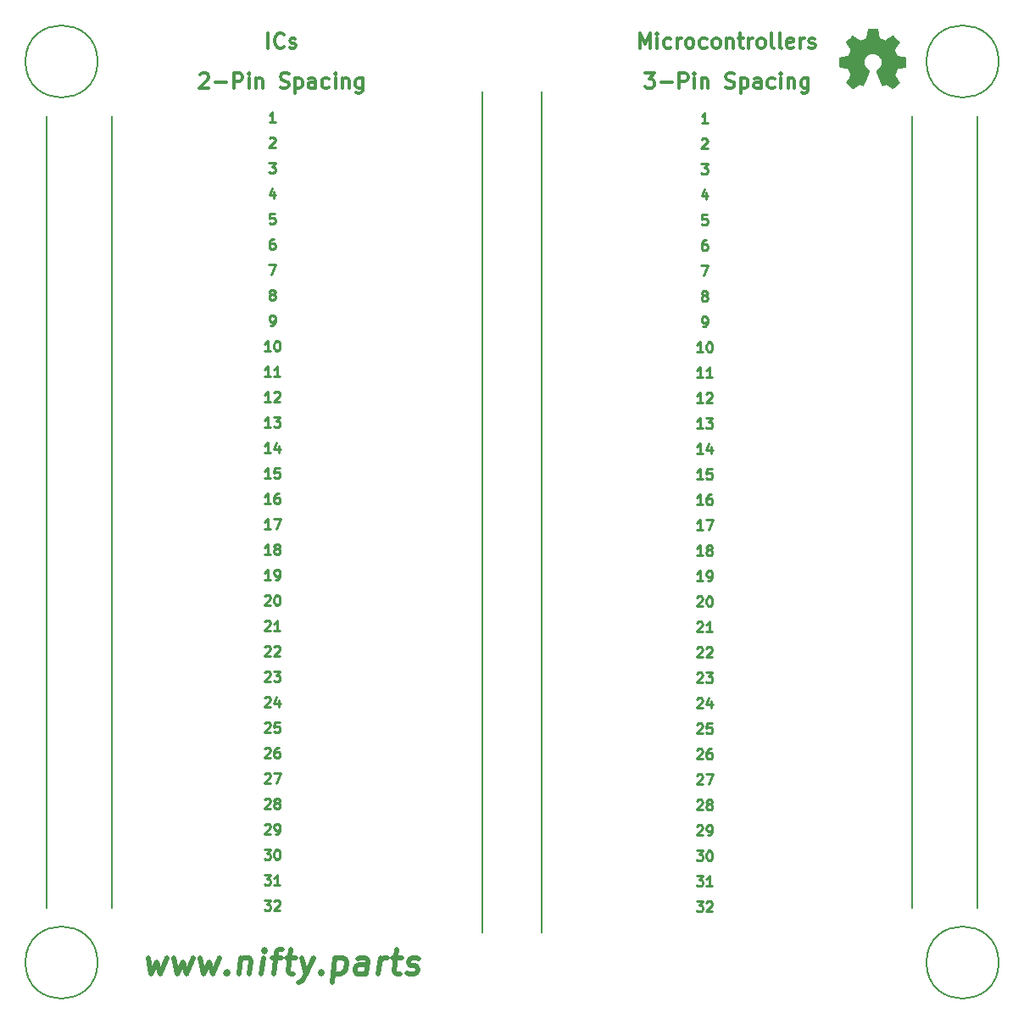
<source format=gbr>
G04 #@! TF.GenerationSoftware,KiCad,Pcbnew,(5.0.0-3-g5ebb6b6)*
G04 #@! TF.CreationDate,2019-05-14T13:45:27-04:00*
G04 #@! TF.ProjectId,Protoboard,50726F746F626F6172642E6B69636164,rev?*
G04 #@! TF.SameCoordinates,Original*
G04 #@! TF.FileFunction,Legend,Top*
G04 #@! TF.FilePolarity,Positive*
%FSLAX46Y46*%
G04 Gerber Fmt 4.6, Leading zero omitted, Abs format (unit mm)*
G04 Created by KiCad (PCBNEW (5.0.0-3-g5ebb6b6)) date Tuesday, May 14, 2019 at 01:45:27 PM*
%MOMM*%
%LPD*%
G01*
G04 APERTURE LIST*
%ADD10C,0.300000*%
%ADD11C,0.250000*%
%ADD12C,0.500000*%
%ADD13C,0.200000*%
%ADD14C,0.010000*%
G04 APERTURE END LIST*
D10*
X182785714Y-23678571D02*
X182785714Y-22178571D01*
X183285714Y-23250000D01*
X183785714Y-22178571D01*
X183785714Y-23678571D01*
X184500000Y-23678571D02*
X184500000Y-22678571D01*
X184500000Y-22178571D02*
X184428571Y-22250000D01*
X184500000Y-22321428D01*
X184571428Y-22250000D01*
X184500000Y-22178571D01*
X184500000Y-22321428D01*
X185857142Y-23607142D02*
X185714285Y-23678571D01*
X185428571Y-23678571D01*
X185285714Y-23607142D01*
X185214285Y-23535714D01*
X185142857Y-23392857D01*
X185142857Y-22964285D01*
X185214285Y-22821428D01*
X185285714Y-22750000D01*
X185428571Y-22678571D01*
X185714285Y-22678571D01*
X185857142Y-22750000D01*
X186500000Y-23678571D02*
X186500000Y-22678571D01*
X186500000Y-22964285D02*
X186571428Y-22821428D01*
X186642857Y-22750000D01*
X186785714Y-22678571D01*
X186928571Y-22678571D01*
X187642857Y-23678571D02*
X187500000Y-23607142D01*
X187428571Y-23535714D01*
X187357142Y-23392857D01*
X187357142Y-22964285D01*
X187428571Y-22821428D01*
X187500000Y-22750000D01*
X187642857Y-22678571D01*
X187857142Y-22678571D01*
X188000000Y-22750000D01*
X188071428Y-22821428D01*
X188142857Y-22964285D01*
X188142857Y-23392857D01*
X188071428Y-23535714D01*
X188000000Y-23607142D01*
X187857142Y-23678571D01*
X187642857Y-23678571D01*
X189428571Y-23607142D02*
X189285714Y-23678571D01*
X189000000Y-23678571D01*
X188857142Y-23607142D01*
X188785714Y-23535714D01*
X188714285Y-23392857D01*
X188714285Y-22964285D01*
X188785714Y-22821428D01*
X188857142Y-22750000D01*
X189000000Y-22678571D01*
X189285714Y-22678571D01*
X189428571Y-22750000D01*
X190285714Y-23678571D02*
X190142857Y-23607142D01*
X190071428Y-23535714D01*
X190000000Y-23392857D01*
X190000000Y-22964285D01*
X190071428Y-22821428D01*
X190142857Y-22750000D01*
X190285714Y-22678571D01*
X190500000Y-22678571D01*
X190642857Y-22750000D01*
X190714285Y-22821428D01*
X190785714Y-22964285D01*
X190785714Y-23392857D01*
X190714285Y-23535714D01*
X190642857Y-23607142D01*
X190500000Y-23678571D01*
X190285714Y-23678571D01*
X191428571Y-22678571D02*
X191428571Y-23678571D01*
X191428571Y-22821428D02*
X191500000Y-22750000D01*
X191642857Y-22678571D01*
X191857142Y-22678571D01*
X192000000Y-22750000D01*
X192071428Y-22892857D01*
X192071428Y-23678571D01*
X192571428Y-22678571D02*
X193142857Y-22678571D01*
X192785714Y-22178571D02*
X192785714Y-23464285D01*
X192857142Y-23607142D01*
X193000000Y-23678571D01*
X193142857Y-23678571D01*
X193642857Y-23678571D02*
X193642857Y-22678571D01*
X193642857Y-22964285D02*
X193714285Y-22821428D01*
X193785714Y-22750000D01*
X193928571Y-22678571D01*
X194071428Y-22678571D01*
X194785714Y-23678571D02*
X194642857Y-23607142D01*
X194571428Y-23535714D01*
X194500000Y-23392857D01*
X194500000Y-22964285D01*
X194571428Y-22821428D01*
X194642857Y-22750000D01*
X194785714Y-22678571D01*
X195000000Y-22678571D01*
X195142857Y-22750000D01*
X195214285Y-22821428D01*
X195285714Y-22964285D01*
X195285714Y-23392857D01*
X195214285Y-23535714D01*
X195142857Y-23607142D01*
X195000000Y-23678571D01*
X194785714Y-23678571D01*
X196142857Y-23678571D02*
X196000000Y-23607142D01*
X195928571Y-23464285D01*
X195928571Y-22178571D01*
X196928571Y-23678571D02*
X196785714Y-23607142D01*
X196714285Y-23464285D01*
X196714285Y-22178571D01*
X198071428Y-23607142D02*
X197928571Y-23678571D01*
X197642857Y-23678571D01*
X197500000Y-23607142D01*
X197428571Y-23464285D01*
X197428571Y-22892857D01*
X197500000Y-22750000D01*
X197642857Y-22678571D01*
X197928571Y-22678571D01*
X198071428Y-22750000D01*
X198142857Y-22892857D01*
X198142857Y-23035714D01*
X197428571Y-23178571D01*
X198785714Y-23678571D02*
X198785714Y-22678571D01*
X198785714Y-22964285D02*
X198857142Y-22821428D01*
X198928571Y-22750000D01*
X199071428Y-22678571D01*
X199214285Y-22678571D01*
X199642857Y-23607142D02*
X199785714Y-23678571D01*
X200071428Y-23678571D01*
X200214285Y-23607142D01*
X200285714Y-23464285D01*
X200285714Y-23392857D01*
X200214285Y-23250000D01*
X200071428Y-23178571D01*
X199857142Y-23178571D01*
X199714285Y-23107142D01*
X199642857Y-22964285D01*
X199642857Y-22892857D01*
X199714285Y-22750000D01*
X199857142Y-22678571D01*
X200071428Y-22678571D01*
X200214285Y-22750000D01*
X145642857Y-23678571D02*
X145642857Y-22178571D01*
X147214285Y-23535714D02*
X147142857Y-23607142D01*
X146928571Y-23678571D01*
X146785714Y-23678571D01*
X146571428Y-23607142D01*
X146428571Y-23464285D01*
X146357142Y-23321428D01*
X146285714Y-23035714D01*
X146285714Y-22821428D01*
X146357142Y-22535714D01*
X146428571Y-22392857D01*
X146571428Y-22250000D01*
X146785714Y-22178571D01*
X146928571Y-22178571D01*
X147142857Y-22250000D01*
X147214285Y-22321428D01*
X147785714Y-23607142D02*
X147928571Y-23678571D01*
X148214285Y-23678571D01*
X148357142Y-23607142D01*
X148428571Y-23464285D01*
X148428571Y-23392857D01*
X148357142Y-23250000D01*
X148214285Y-23178571D01*
X148000000Y-23178571D01*
X147857142Y-23107142D01*
X147785714Y-22964285D01*
X147785714Y-22892857D01*
X147857142Y-22750000D01*
X148000000Y-22678571D01*
X148214285Y-22678571D01*
X148357142Y-22750000D01*
D11*
X188468095Y-91214619D02*
X188515714Y-91167000D01*
X188610952Y-91119380D01*
X188849047Y-91119380D01*
X188944285Y-91167000D01*
X188991904Y-91214619D01*
X189039523Y-91309857D01*
X189039523Y-91405095D01*
X188991904Y-91547952D01*
X188420476Y-92119380D01*
X189039523Y-92119380D01*
X189944285Y-91119380D02*
X189468095Y-91119380D01*
X189420476Y-91595571D01*
X189468095Y-91547952D01*
X189563333Y-91500333D01*
X189801428Y-91500333D01*
X189896666Y-91547952D01*
X189944285Y-91595571D01*
X189991904Y-91690809D01*
X189991904Y-91928904D01*
X189944285Y-92024142D01*
X189896666Y-92071761D01*
X189801428Y-92119380D01*
X189563333Y-92119380D01*
X189468095Y-92071761D01*
X189420476Y-92024142D01*
X188468095Y-96294619D02*
X188515714Y-96247000D01*
X188610952Y-96199380D01*
X188849047Y-96199380D01*
X188944285Y-96247000D01*
X188991904Y-96294619D01*
X189039523Y-96389857D01*
X189039523Y-96485095D01*
X188991904Y-96627952D01*
X188420476Y-97199380D01*
X189039523Y-97199380D01*
X189372857Y-96199380D02*
X190039523Y-96199380D01*
X189610952Y-97199380D01*
X188468095Y-83594619D02*
X188515714Y-83547000D01*
X188610952Y-83499380D01*
X188849047Y-83499380D01*
X188944285Y-83547000D01*
X188991904Y-83594619D01*
X189039523Y-83689857D01*
X189039523Y-83785095D01*
X188991904Y-83927952D01*
X188420476Y-84499380D01*
X189039523Y-84499380D01*
X189420476Y-83594619D02*
X189468095Y-83547000D01*
X189563333Y-83499380D01*
X189801428Y-83499380D01*
X189896666Y-83547000D01*
X189944285Y-83594619D01*
X189991904Y-83689857D01*
X189991904Y-83785095D01*
X189944285Y-83927952D01*
X189372857Y-84499380D01*
X189991904Y-84499380D01*
X188468095Y-98834619D02*
X188515714Y-98787000D01*
X188610952Y-98739380D01*
X188849047Y-98739380D01*
X188944285Y-98787000D01*
X188991904Y-98834619D01*
X189039523Y-98929857D01*
X189039523Y-99025095D01*
X188991904Y-99167952D01*
X188420476Y-99739380D01*
X189039523Y-99739380D01*
X189610952Y-99167952D02*
X189515714Y-99120333D01*
X189468095Y-99072714D01*
X189420476Y-98977476D01*
X189420476Y-98929857D01*
X189468095Y-98834619D01*
X189515714Y-98787000D01*
X189610952Y-98739380D01*
X189801428Y-98739380D01*
X189896666Y-98787000D01*
X189944285Y-98834619D01*
X189991904Y-98929857D01*
X189991904Y-98977476D01*
X189944285Y-99072714D01*
X189896666Y-99120333D01*
X189801428Y-99167952D01*
X189610952Y-99167952D01*
X189515714Y-99215571D01*
X189468095Y-99263190D01*
X189420476Y-99358428D01*
X189420476Y-99548904D01*
X189468095Y-99644142D01*
X189515714Y-99691761D01*
X189610952Y-99739380D01*
X189801428Y-99739380D01*
X189896666Y-99691761D01*
X189944285Y-99644142D01*
X189991904Y-99548904D01*
X189991904Y-99358428D01*
X189944285Y-99263190D01*
X189896666Y-99215571D01*
X189801428Y-99167952D01*
X188420476Y-108899380D02*
X189039523Y-108899380D01*
X188706190Y-109280333D01*
X188849047Y-109280333D01*
X188944285Y-109327952D01*
X188991904Y-109375571D01*
X189039523Y-109470809D01*
X189039523Y-109708904D01*
X188991904Y-109804142D01*
X188944285Y-109851761D01*
X188849047Y-109899380D01*
X188563333Y-109899380D01*
X188468095Y-109851761D01*
X188420476Y-109804142D01*
X189420476Y-108994619D02*
X189468095Y-108947000D01*
X189563333Y-108899380D01*
X189801428Y-108899380D01*
X189896666Y-108947000D01*
X189944285Y-108994619D01*
X189991904Y-109089857D01*
X189991904Y-109185095D01*
X189944285Y-109327952D01*
X189372857Y-109899380D01*
X189991904Y-109899380D01*
X189039523Y-51479380D02*
X189230000Y-51479380D01*
X189325238Y-51431761D01*
X189372857Y-51384142D01*
X189468095Y-51241285D01*
X189515714Y-51050809D01*
X189515714Y-50669857D01*
X189468095Y-50574619D01*
X189420476Y-50527000D01*
X189325238Y-50479380D01*
X189134761Y-50479380D01*
X189039523Y-50527000D01*
X188991904Y-50574619D01*
X188944285Y-50669857D01*
X188944285Y-50907952D01*
X188991904Y-51003190D01*
X189039523Y-51050809D01*
X189134761Y-51098428D01*
X189325238Y-51098428D01*
X189420476Y-51050809D01*
X189468095Y-51003190D01*
X189515714Y-50907952D01*
X189039523Y-74339380D02*
X188468095Y-74339380D01*
X188753809Y-74339380D02*
X188753809Y-73339380D01*
X188658571Y-73482238D01*
X188563333Y-73577476D01*
X188468095Y-73625095D01*
X189610952Y-73767952D02*
X189515714Y-73720333D01*
X189468095Y-73672714D01*
X189420476Y-73577476D01*
X189420476Y-73529857D01*
X189468095Y-73434619D01*
X189515714Y-73387000D01*
X189610952Y-73339380D01*
X189801428Y-73339380D01*
X189896666Y-73387000D01*
X189944285Y-73434619D01*
X189991904Y-73529857D01*
X189991904Y-73577476D01*
X189944285Y-73672714D01*
X189896666Y-73720333D01*
X189801428Y-73767952D01*
X189610952Y-73767952D01*
X189515714Y-73815571D01*
X189468095Y-73863190D01*
X189420476Y-73958428D01*
X189420476Y-74148904D01*
X189468095Y-74244142D01*
X189515714Y-74291761D01*
X189610952Y-74339380D01*
X189801428Y-74339380D01*
X189896666Y-74291761D01*
X189944285Y-74244142D01*
X189991904Y-74148904D01*
X189991904Y-73958428D01*
X189944285Y-73863190D01*
X189896666Y-73815571D01*
X189801428Y-73767952D01*
X189039523Y-66719380D02*
X188468095Y-66719380D01*
X188753809Y-66719380D02*
X188753809Y-65719380D01*
X188658571Y-65862238D01*
X188563333Y-65957476D01*
X188468095Y-66005095D01*
X189944285Y-65719380D02*
X189468095Y-65719380D01*
X189420476Y-66195571D01*
X189468095Y-66147952D01*
X189563333Y-66100333D01*
X189801428Y-66100333D01*
X189896666Y-66147952D01*
X189944285Y-66195571D01*
X189991904Y-66290809D01*
X189991904Y-66528904D01*
X189944285Y-66624142D01*
X189896666Y-66671761D01*
X189801428Y-66719380D01*
X189563333Y-66719380D01*
X189468095Y-66671761D01*
X189420476Y-66624142D01*
X189039523Y-61639380D02*
X188468095Y-61639380D01*
X188753809Y-61639380D02*
X188753809Y-60639380D01*
X188658571Y-60782238D01*
X188563333Y-60877476D01*
X188468095Y-60925095D01*
X189372857Y-60639380D02*
X189991904Y-60639380D01*
X189658571Y-61020333D01*
X189801428Y-61020333D01*
X189896666Y-61067952D01*
X189944285Y-61115571D01*
X189991904Y-61210809D01*
X189991904Y-61448904D01*
X189944285Y-61544142D01*
X189896666Y-61591761D01*
X189801428Y-61639380D01*
X189515714Y-61639380D01*
X189420476Y-61591761D01*
X189372857Y-61544142D01*
X188468095Y-81054619D02*
X188515714Y-81007000D01*
X188610952Y-80959380D01*
X188849047Y-80959380D01*
X188944285Y-81007000D01*
X188991904Y-81054619D01*
X189039523Y-81149857D01*
X189039523Y-81245095D01*
X188991904Y-81387952D01*
X188420476Y-81959380D01*
X189039523Y-81959380D01*
X189991904Y-81959380D02*
X189420476Y-81959380D01*
X189706190Y-81959380D02*
X189706190Y-80959380D01*
X189610952Y-81102238D01*
X189515714Y-81197476D01*
X189420476Y-81245095D01*
X189039523Y-59099380D02*
X188468095Y-59099380D01*
X188753809Y-59099380D02*
X188753809Y-58099380D01*
X188658571Y-58242238D01*
X188563333Y-58337476D01*
X188468095Y-58385095D01*
X189420476Y-58194619D02*
X189468095Y-58147000D01*
X189563333Y-58099380D01*
X189801428Y-58099380D01*
X189896666Y-58147000D01*
X189944285Y-58194619D01*
X189991904Y-58289857D01*
X189991904Y-58385095D01*
X189944285Y-58527952D01*
X189372857Y-59099380D01*
X189991904Y-59099380D01*
X189039523Y-76879380D02*
X188468095Y-76879380D01*
X188753809Y-76879380D02*
X188753809Y-75879380D01*
X188658571Y-76022238D01*
X188563333Y-76117476D01*
X188468095Y-76165095D01*
X189515714Y-76879380D02*
X189706190Y-76879380D01*
X189801428Y-76831761D01*
X189849047Y-76784142D01*
X189944285Y-76641285D01*
X189991904Y-76450809D01*
X189991904Y-76069857D01*
X189944285Y-75974619D01*
X189896666Y-75927000D01*
X189801428Y-75879380D01*
X189610952Y-75879380D01*
X189515714Y-75927000D01*
X189468095Y-75974619D01*
X189420476Y-76069857D01*
X189420476Y-76307952D01*
X189468095Y-76403190D01*
X189515714Y-76450809D01*
X189610952Y-76498428D01*
X189801428Y-76498428D01*
X189896666Y-76450809D01*
X189944285Y-76403190D01*
X189991904Y-76307952D01*
X189039523Y-56559380D02*
X188468095Y-56559380D01*
X188753809Y-56559380D02*
X188753809Y-55559380D01*
X188658571Y-55702238D01*
X188563333Y-55797476D01*
X188468095Y-55845095D01*
X189991904Y-56559380D02*
X189420476Y-56559380D01*
X189706190Y-56559380D02*
X189706190Y-55559380D01*
X189610952Y-55702238D01*
X189515714Y-55797476D01*
X189420476Y-55845095D01*
X189420476Y-42859380D02*
X189230000Y-42859380D01*
X189134761Y-42907000D01*
X189087142Y-42954619D01*
X188991904Y-43097476D01*
X188944285Y-43287952D01*
X188944285Y-43668904D01*
X188991904Y-43764142D01*
X189039523Y-43811761D01*
X189134761Y-43859380D01*
X189325238Y-43859380D01*
X189420476Y-43811761D01*
X189468095Y-43764142D01*
X189515714Y-43668904D01*
X189515714Y-43430809D01*
X189468095Y-43335571D01*
X189420476Y-43287952D01*
X189325238Y-43240333D01*
X189134761Y-43240333D01*
X189039523Y-43287952D01*
X188991904Y-43335571D01*
X188944285Y-43430809D01*
X189468095Y-40319380D02*
X188991904Y-40319380D01*
X188944285Y-40795571D01*
X188991904Y-40747952D01*
X189087142Y-40700333D01*
X189325238Y-40700333D01*
X189420476Y-40747952D01*
X189468095Y-40795571D01*
X189515714Y-40890809D01*
X189515714Y-41128904D01*
X189468095Y-41224142D01*
X189420476Y-41271761D01*
X189325238Y-41319380D01*
X189087142Y-41319380D01*
X188991904Y-41271761D01*
X188944285Y-41224142D01*
X189039523Y-64179380D02*
X188468095Y-64179380D01*
X188753809Y-64179380D02*
X188753809Y-63179380D01*
X188658571Y-63322238D01*
X188563333Y-63417476D01*
X188468095Y-63465095D01*
X189896666Y-63512714D02*
X189896666Y-64179380D01*
X189658571Y-63131761D02*
X189420476Y-63846047D01*
X190039523Y-63846047D01*
X188896666Y-45399380D02*
X189563333Y-45399380D01*
X189134761Y-46399380D01*
X189134761Y-48367952D02*
X189039523Y-48320333D01*
X188991904Y-48272714D01*
X188944285Y-48177476D01*
X188944285Y-48129857D01*
X188991904Y-48034619D01*
X189039523Y-47987000D01*
X189134761Y-47939380D01*
X189325238Y-47939380D01*
X189420476Y-47987000D01*
X189468095Y-48034619D01*
X189515714Y-48129857D01*
X189515714Y-48177476D01*
X189468095Y-48272714D01*
X189420476Y-48320333D01*
X189325238Y-48367952D01*
X189134761Y-48367952D01*
X189039523Y-48415571D01*
X188991904Y-48463190D01*
X188944285Y-48558428D01*
X188944285Y-48748904D01*
X188991904Y-48844142D01*
X189039523Y-48891761D01*
X189134761Y-48939380D01*
X189325238Y-48939380D01*
X189420476Y-48891761D01*
X189468095Y-48844142D01*
X189515714Y-48748904D01*
X189515714Y-48558428D01*
X189468095Y-48463190D01*
X189420476Y-48415571D01*
X189325238Y-48367952D01*
X189039523Y-54019380D02*
X188468095Y-54019380D01*
X188753809Y-54019380D02*
X188753809Y-53019380D01*
X188658571Y-53162238D01*
X188563333Y-53257476D01*
X188468095Y-53305095D01*
X189658571Y-53019380D02*
X189753809Y-53019380D01*
X189849047Y-53067000D01*
X189896666Y-53114619D01*
X189944285Y-53209857D01*
X189991904Y-53400333D01*
X189991904Y-53638428D01*
X189944285Y-53828904D01*
X189896666Y-53924142D01*
X189849047Y-53971761D01*
X189753809Y-54019380D01*
X189658571Y-54019380D01*
X189563333Y-53971761D01*
X189515714Y-53924142D01*
X189468095Y-53828904D01*
X189420476Y-53638428D01*
X189420476Y-53400333D01*
X189468095Y-53209857D01*
X189515714Y-53114619D01*
X189563333Y-53067000D01*
X189658571Y-53019380D01*
X188468095Y-93754619D02*
X188515714Y-93707000D01*
X188610952Y-93659380D01*
X188849047Y-93659380D01*
X188944285Y-93707000D01*
X188991904Y-93754619D01*
X189039523Y-93849857D01*
X189039523Y-93945095D01*
X188991904Y-94087952D01*
X188420476Y-94659380D01*
X189039523Y-94659380D01*
X189896666Y-93659380D02*
X189706190Y-93659380D01*
X189610952Y-93707000D01*
X189563333Y-93754619D01*
X189468095Y-93897476D01*
X189420476Y-94087952D01*
X189420476Y-94468904D01*
X189468095Y-94564142D01*
X189515714Y-94611761D01*
X189610952Y-94659380D01*
X189801428Y-94659380D01*
X189896666Y-94611761D01*
X189944285Y-94564142D01*
X189991904Y-94468904D01*
X189991904Y-94230809D01*
X189944285Y-94135571D01*
X189896666Y-94087952D01*
X189801428Y-94040333D01*
X189610952Y-94040333D01*
X189515714Y-94087952D01*
X189468095Y-94135571D01*
X189420476Y-94230809D01*
X189039523Y-71799380D02*
X188468095Y-71799380D01*
X188753809Y-71799380D02*
X188753809Y-70799380D01*
X188658571Y-70942238D01*
X188563333Y-71037476D01*
X188468095Y-71085095D01*
X189372857Y-70799380D02*
X190039523Y-70799380D01*
X189610952Y-71799380D01*
X189039523Y-69259380D02*
X188468095Y-69259380D01*
X188753809Y-69259380D02*
X188753809Y-68259380D01*
X188658571Y-68402238D01*
X188563333Y-68497476D01*
X188468095Y-68545095D01*
X189896666Y-68259380D02*
X189706190Y-68259380D01*
X189610952Y-68307000D01*
X189563333Y-68354619D01*
X189468095Y-68497476D01*
X189420476Y-68687952D01*
X189420476Y-69068904D01*
X189468095Y-69164142D01*
X189515714Y-69211761D01*
X189610952Y-69259380D01*
X189801428Y-69259380D01*
X189896666Y-69211761D01*
X189944285Y-69164142D01*
X189991904Y-69068904D01*
X189991904Y-68830809D01*
X189944285Y-68735571D01*
X189896666Y-68687952D01*
X189801428Y-68640333D01*
X189610952Y-68640333D01*
X189515714Y-68687952D01*
X189468095Y-68735571D01*
X189420476Y-68830809D01*
X189420476Y-38112714D02*
X189420476Y-38779380D01*
X189182380Y-37731761D02*
X188944285Y-38446047D01*
X189563333Y-38446047D01*
X188944285Y-32794619D02*
X188991904Y-32747000D01*
X189087142Y-32699380D01*
X189325238Y-32699380D01*
X189420476Y-32747000D01*
X189468095Y-32794619D01*
X189515714Y-32889857D01*
X189515714Y-32985095D01*
X189468095Y-33127952D01*
X188896666Y-33699380D01*
X189515714Y-33699380D01*
X188420476Y-106359380D02*
X189039523Y-106359380D01*
X188706190Y-106740333D01*
X188849047Y-106740333D01*
X188944285Y-106787952D01*
X188991904Y-106835571D01*
X189039523Y-106930809D01*
X189039523Y-107168904D01*
X188991904Y-107264142D01*
X188944285Y-107311761D01*
X188849047Y-107359380D01*
X188563333Y-107359380D01*
X188468095Y-107311761D01*
X188420476Y-107264142D01*
X189991904Y-107359380D02*
X189420476Y-107359380D01*
X189706190Y-107359380D02*
X189706190Y-106359380D01*
X189610952Y-106502238D01*
X189515714Y-106597476D01*
X189420476Y-106645095D01*
X188468095Y-78514619D02*
X188515714Y-78467000D01*
X188610952Y-78419380D01*
X188849047Y-78419380D01*
X188944285Y-78467000D01*
X188991904Y-78514619D01*
X189039523Y-78609857D01*
X189039523Y-78705095D01*
X188991904Y-78847952D01*
X188420476Y-79419380D01*
X189039523Y-79419380D01*
X189658571Y-78419380D02*
X189753809Y-78419380D01*
X189849047Y-78467000D01*
X189896666Y-78514619D01*
X189944285Y-78609857D01*
X189991904Y-78800333D01*
X189991904Y-79038428D01*
X189944285Y-79228904D01*
X189896666Y-79324142D01*
X189849047Y-79371761D01*
X189753809Y-79419380D01*
X189658571Y-79419380D01*
X189563333Y-79371761D01*
X189515714Y-79324142D01*
X189468095Y-79228904D01*
X189420476Y-79038428D01*
X189420476Y-78800333D01*
X189468095Y-78609857D01*
X189515714Y-78514619D01*
X189563333Y-78467000D01*
X189658571Y-78419380D01*
X188468095Y-101374619D02*
X188515714Y-101327000D01*
X188610952Y-101279380D01*
X188849047Y-101279380D01*
X188944285Y-101327000D01*
X188991904Y-101374619D01*
X189039523Y-101469857D01*
X189039523Y-101565095D01*
X188991904Y-101707952D01*
X188420476Y-102279380D01*
X189039523Y-102279380D01*
X189515714Y-102279380D02*
X189706190Y-102279380D01*
X189801428Y-102231761D01*
X189849047Y-102184142D01*
X189944285Y-102041285D01*
X189991904Y-101850809D01*
X189991904Y-101469857D01*
X189944285Y-101374619D01*
X189896666Y-101327000D01*
X189801428Y-101279380D01*
X189610952Y-101279380D01*
X189515714Y-101327000D01*
X189468095Y-101374619D01*
X189420476Y-101469857D01*
X189420476Y-101707952D01*
X189468095Y-101803190D01*
X189515714Y-101850809D01*
X189610952Y-101898428D01*
X189801428Y-101898428D01*
X189896666Y-101850809D01*
X189944285Y-101803190D01*
X189991904Y-101707952D01*
X189515714Y-31159380D02*
X188944285Y-31159380D01*
X189230000Y-31159380D02*
X189230000Y-30159380D01*
X189134761Y-30302238D01*
X189039523Y-30397476D01*
X188944285Y-30445095D01*
X188420476Y-103819380D02*
X189039523Y-103819380D01*
X188706190Y-104200333D01*
X188849047Y-104200333D01*
X188944285Y-104247952D01*
X188991904Y-104295571D01*
X189039523Y-104390809D01*
X189039523Y-104628904D01*
X188991904Y-104724142D01*
X188944285Y-104771761D01*
X188849047Y-104819380D01*
X188563333Y-104819380D01*
X188468095Y-104771761D01*
X188420476Y-104724142D01*
X189658571Y-103819380D02*
X189753809Y-103819380D01*
X189849047Y-103867000D01*
X189896666Y-103914619D01*
X189944285Y-104009857D01*
X189991904Y-104200333D01*
X189991904Y-104438428D01*
X189944285Y-104628904D01*
X189896666Y-104724142D01*
X189849047Y-104771761D01*
X189753809Y-104819380D01*
X189658571Y-104819380D01*
X189563333Y-104771761D01*
X189515714Y-104724142D01*
X189468095Y-104628904D01*
X189420476Y-104438428D01*
X189420476Y-104200333D01*
X189468095Y-104009857D01*
X189515714Y-103914619D01*
X189563333Y-103867000D01*
X189658571Y-103819380D01*
X188468095Y-88674619D02*
X188515714Y-88627000D01*
X188610952Y-88579380D01*
X188849047Y-88579380D01*
X188944285Y-88627000D01*
X188991904Y-88674619D01*
X189039523Y-88769857D01*
X189039523Y-88865095D01*
X188991904Y-89007952D01*
X188420476Y-89579380D01*
X189039523Y-89579380D01*
X189896666Y-88912714D02*
X189896666Y-89579380D01*
X189658571Y-88531761D02*
X189420476Y-89246047D01*
X190039523Y-89246047D01*
X188468095Y-86134619D02*
X188515714Y-86087000D01*
X188610952Y-86039380D01*
X188849047Y-86039380D01*
X188944285Y-86087000D01*
X188991904Y-86134619D01*
X189039523Y-86229857D01*
X189039523Y-86325095D01*
X188991904Y-86467952D01*
X188420476Y-87039380D01*
X189039523Y-87039380D01*
X189372857Y-86039380D02*
X189991904Y-86039380D01*
X189658571Y-86420333D01*
X189801428Y-86420333D01*
X189896666Y-86467952D01*
X189944285Y-86515571D01*
X189991904Y-86610809D01*
X189991904Y-86848904D01*
X189944285Y-86944142D01*
X189896666Y-86991761D01*
X189801428Y-87039380D01*
X189515714Y-87039380D01*
X189420476Y-86991761D01*
X189372857Y-86944142D01*
X188896666Y-35239380D02*
X189515714Y-35239380D01*
X189182380Y-35620333D01*
X189325238Y-35620333D01*
X189420476Y-35667952D01*
X189468095Y-35715571D01*
X189515714Y-35810809D01*
X189515714Y-36048904D01*
X189468095Y-36144142D01*
X189420476Y-36191761D01*
X189325238Y-36239380D01*
X189039523Y-36239380D01*
X188944285Y-36191761D01*
X188896666Y-36144142D01*
X145240476Y-108799380D02*
X145859523Y-108799380D01*
X145526190Y-109180333D01*
X145669047Y-109180333D01*
X145764285Y-109227952D01*
X145811904Y-109275571D01*
X145859523Y-109370809D01*
X145859523Y-109608904D01*
X145811904Y-109704142D01*
X145764285Y-109751761D01*
X145669047Y-109799380D01*
X145383333Y-109799380D01*
X145288095Y-109751761D01*
X145240476Y-109704142D01*
X146240476Y-108894619D02*
X146288095Y-108847000D01*
X146383333Y-108799380D01*
X146621428Y-108799380D01*
X146716666Y-108847000D01*
X146764285Y-108894619D01*
X146811904Y-108989857D01*
X146811904Y-109085095D01*
X146764285Y-109227952D01*
X146192857Y-109799380D01*
X146811904Y-109799380D01*
X145240476Y-106259380D02*
X145859523Y-106259380D01*
X145526190Y-106640333D01*
X145669047Y-106640333D01*
X145764285Y-106687952D01*
X145811904Y-106735571D01*
X145859523Y-106830809D01*
X145859523Y-107068904D01*
X145811904Y-107164142D01*
X145764285Y-107211761D01*
X145669047Y-107259380D01*
X145383333Y-107259380D01*
X145288095Y-107211761D01*
X145240476Y-107164142D01*
X146811904Y-107259380D02*
X146240476Y-107259380D01*
X146526190Y-107259380D02*
X146526190Y-106259380D01*
X146430952Y-106402238D01*
X146335714Y-106497476D01*
X146240476Y-106545095D01*
X145240476Y-103719380D02*
X145859523Y-103719380D01*
X145526190Y-104100333D01*
X145669047Y-104100333D01*
X145764285Y-104147952D01*
X145811904Y-104195571D01*
X145859523Y-104290809D01*
X145859523Y-104528904D01*
X145811904Y-104624142D01*
X145764285Y-104671761D01*
X145669047Y-104719380D01*
X145383333Y-104719380D01*
X145288095Y-104671761D01*
X145240476Y-104624142D01*
X146478571Y-103719380D02*
X146573809Y-103719380D01*
X146669047Y-103767000D01*
X146716666Y-103814619D01*
X146764285Y-103909857D01*
X146811904Y-104100333D01*
X146811904Y-104338428D01*
X146764285Y-104528904D01*
X146716666Y-104624142D01*
X146669047Y-104671761D01*
X146573809Y-104719380D01*
X146478571Y-104719380D01*
X146383333Y-104671761D01*
X146335714Y-104624142D01*
X146288095Y-104528904D01*
X146240476Y-104338428D01*
X146240476Y-104100333D01*
X146288095Y-103909857D01*
X146335714Y-103814619D01*
X146383333Y-103767000D01*
X146478571Y-103719380D01*
X145288095Y-101274619D02*
X145335714Y-101227000D01*
X145430952Y-101179380D01*
X145669047Y-101179380D01*
X145764285Y-101227000D01*
X145811904Y-101274619D01*
X145859523Y-101369857D01*
X145859523Y-101465095D01*
X145811904Y-101607952D01*
X145240476Y-102179380D01*
X145859523Y-102179380D01*
X146335714Y-102179380D02*
X146526190Y-102179380D01*
X146621428Y-102131761D01*
X146669047Y-102084142D01*
X146764285Y-101941285D01*
X146811904Y-101750809D01*
X146811904Y-101369857D01*
X146764285Y-101274619D01*
X146716666Y-101227000D01*
X146621428Y-101179380D01*
X146430952Y-101179380D01*
X146335714Y-101227000D01*
X146288095Y-101274619D01*
X146240476Y-101369857D01*
X146240476Y-101607952D01*
X146288095Y-101703190D01*
X146335714Y-101750809D01*
X146430952Y-101798428D01*
X146621428Y-101798428D01*
X146716666Y-101750809D01*
X146764285Y-101703190D01*
X146811904Y-101607952D01*
X145288095Y-98734619D02*
X145335714Y-98687000D01*
X145430952Y-98639380D01*
X145669047Y-98639380D01*
X145764285Y-98687000D01*
X145811904Y-98734619D01*
X145859523Y-98829857D01*
X145859523Y-98925095D01*
X145811904Y-99067952D01*
X145240476Y-99639380D01*
X145859523Y-99639380D01*
X146430952Y-99067952D02*
X146335714Y-99020333D01*
X146288095Y-98972714D01*
X146240476Y-98877476D01*
X146240476Y-98829857D01*
X146288095Y-98734619D01*
X146335714Y-98687000D01*
X146430952Y-98639380D01*
X146621428Y-98639380D01*
X146716666Y-98687000D01*
X146764285Y-98734619D01*
X146811904Y-98829857D01*
X146811904Y-98877476D01*
X146764285Y-98972714D01*
X146716666Y-99020333D01*
X146621428Y-99067952D01*
X146430952Y-99067952D01*
X146335714Y-99115571D01*
X146288095Y-99163190D01*
X146240476Y-99258428D01*
X146240476Y-99448904D01*
X146288095Y-99544142D01*
X146335714Y-99591761D01*
X146430952Y-99639380D01*
X146621428Y-99639380D01*
X146716666Y-99591761D01*
X146764285Y-99544142D01*
X146811904Y-99448904D01*
X146811904Y-99258428D01*
X146764285Y-99163190D01*
X146716666Y-99115571D01*
X146621428Y-99067952D01*
X145288095Y-96194619D02*
X145335714Y-96147000D01*
X145430952Y-96099380D01*
X145669047Y-96099380D01*
X145764285Y-96147000D01*
X145811904Y-96194619D01*
X145859523Y-96289857D01*
X145859523Y-96385095D01*
X145811904Y-96527952D01*
X145240476Y-97099380D01*
X145859523Y-97099380D01*
X146192857Y-96099380D02*
X146859523Y-96099380D01*
X146430952Y-97099380D01*
X145288095Y-93654619D02*
X145335714Y-93607000D01*
X145430952Y-93559380D01*
X145669047Y-93559380D01*
X145764285Y-93607000D01*
X145811904Y-93654619D01*
X145859523Y-93749857D01*
X145859523Y-93845095D01*
X145811904Y-93987952D01*
X145240476Y-94559380D01*
X145859523Y-94559380D01*
X146716666Y-93559380D02*
X146526190Y-93559380D01*
X146430952Y-93607000D01*
X146383333Y-93654619D01*
X146288095Y-93797476D01*
X146240476Y-93987952D01*
X146240476Y-94368904D01*
X146288095Y-94464142D01*
X146335714Y-94511761D01*
X146430952Y-94559380D01*
X146621428Y-94559380D01*
X146716666Y-94511761D01*
X146764285Y-94464142D01*
X146811904Y-94368904D01*
X146811904Y-94130809D01*
X146764285Y-94035571D01*
X146716666Y-93987952D01*
X146621428Y-93940333D01*
X146430952Y-93940333D01*
X146335714Y-93987952D01*
X146288095Y-94035571D01*
X146240476Y-94130809D01*
X145288095Y-91114619D02*
X145335714Y-91067000D01*
X145430952Y-91019380D01*
X145669047Y-91019380D01*
X145764285Y-91067000D01*
X145811904Y-91114619D01*
X145859523Y-91209857D01*
X145859523Y-91305095D01*
X145811904Y-91447952D01*
X145240476Y-92019380D01*
X145859523Y-92019380D01*
X146764285Y-91019380D02*
X146288095Y-91019380D01*
X146240476Y-91495571D01*
X146288095Y-91447952D01*
X146383333Y-91400333D01*
X146621428Y-91400333D01*
X146716666Y-91447952D01*
X146764285Y-91495571D01*
X146811904Y-91590809D01*
X146811904Y-91828904D01*
X146764285Y-91924142D01*
X146716666Y-91971761D01*
X146621428Y-92019380D01*
X146383333Y-92019380D01*
X146288095Y-91971761D01*
X146240476Y-91924142D01*
X145288095Y-88574619D02*
X145335714Y-88527000D01*
X145430952Y-88479380D01*
X145669047Y-88479380D01*
X145764285Y-88527000D01*
X145811904Y-88574619D01*
X145859523Y-88669857D01*
X145859523Y-88765095D01*
X145811904Y-88907952D01*
X145240476Y-89479380D01*
X145859523Y-89479380D01*
X146716666Y-88812714D02*
X146716666Y-89479380D01*
X146478571Y-88431761D02*
X146240476Y-89146047D01*
X146859523Y-89146047D01*
X145288095Y-86034619D02*
X145335714Y-85987000D01*
X145430952Y-85939380D01*
X145669047Y-85939380D01*
X145764285Y-85987000D01*
X145811904Y-86034619D01*
X145859523Y-86129857D01*
X145859523Y-86225095D01*
X145811904Y-86367952D01*
X145240476Y-86939380D01*
X145859523Y-86939380D01*
X146192857Y-85939380D02*
X146811904Y-85939380D01*
X146478571Y-86320333D01*
X146621428Y-86320333D01*
X146716666Y-86367952D01*
X146764285Y-86415571D01*
X146811904Y-86510809D01*
X146811904Y-86748904D01*
X146764285Y-86844142D01*
X146716666Y-86891761D01*
X146621428Y-86939380D01*
X146335714Y-86939380D01*
X146240476Y-86891761D01*
X146192857Y-86844142D01*
X145288095Y-83494619D02*
X145335714Y-83447000D01*
X145430952Y-83399380D01*
X145669047Y-83399380D01*
X145764285Y-83447000D01*
X145811904Y-83494619D01*
X145859523Y-83589857D01*
X145859523Y-83685095D01*
X145811904Y-83827952D01*
X145240476Y-84399380D01*
X145859523Y-84399380D01*
X146240476Y-83494619D02*
X146288095Y-83447000D01*
X146383333Y-83399380D01*
X146621428Y-83399380D01*
X146716666Y-83447000D01*
X146764285Y-83494619D01*
X146811904Y-83589857D01*
X146811904Y-83685095D01*
X146764285Y-83827952D01*
X146192857Y-84399380D01*
X146811904Y-84399380D01*
X145288095Y-80954619D02*
X145335714Y-80907000D01*
X145430952Y-80859380D01*
X145669047Y-80859380D01*
X145764285Y-80907000D01*
X145811904Y-80954619D01*
X145859523Y-81049857D01*
X145859523Y-81145095D01*
X145811904Y-81287952D01*
X145240476Y-81859380D01*
X145859523Y-81859380D01*
X146811904Y-81859380D02*
X146240476Y-81859380D01*
X146526190Y-81859380D02*
X146526190Y-80859380D01*
X146430952Y-81002238D01*
X146335714Y-81097476D01*
X146240476Y-81145095D01*
X145288095Y-78414619D02*
X145335714Y-78367000D01*
X145430952Y-78319380D01*
X145669047Y-78319380D01*
X145764285Y-78367000D01*
X145811904Y-78414619D01*
X145859523Y-78509857D01*
X145859523Y-78605095D01*
X145811904Y-78747952D01*
X145240476Y-79319380D01*
X145859523Y-79319380D01*
X146478571Y-78319380D02*
X146573809Y-78319380D01*
X146669047Y-78367000D01*
X146716666Y-78414619D01*
X146764285Y-78509857D01*
X146811904Y-78700333D01*
X146811904Y-78938428D01*
X146764285Y-79128904D01*
X146716666Y-79224142D01*
X146669047Y-79271761D01*
X146573809Y-79319380D01*
X146478571Y-79319380D01*
X146383333Y-79271761D01*
X146335714Y-79224142D01*
X146288095Y-79128904D01*
X146240476Y-78938428D01*
X146240476Y-78700333D01*
X146288095Y-78509857D01*
X146335714Y-78414619D01*
X146383333Y-78367000D01*
X146478571Y-78319380D01*
X145859523Y-76779380D02*
X145288095Y-76779380D01*
X145573809Y-76779380D02*
X145573809Y-75779380D01*
X145478571Y-75922238D01*
X145383333Y-76017476D01*
X145288095Y-76065095D01*
X146335714Y-76779380D02*
X146526190Y-76779380D01*
X146621428Y-76731761D01*
X146669047Y-76684142D01*
X146764285Y-76541285D01*
X146811904Y-76350809D01*
X146811904Y-75969857D01*
X146764285Y-75874619D01*
X146716666Y-75827000D01*
X146621428Y-75779380D01*
X146430952Y-75779380D01*
X146335714Y-75827000D01*
X146288095Y-75874619D01*
X146240476Y-75969857D01*
X146240476Y-76207952D01*
X146288095Y-76303190D01*
X146335714Y-76350809D01*
X146430952Y-76398428D01*
X146621428Y-76398428D01*
X146716666Y-76350809D01*
X146764285Y-76303190D01*
X146811904Y-76207952D01*
X145859523Y-74239380D02*
X145288095Y-74239380D01*
X145573809Y-74239380D02*
X145573809Y-73239380D01*
X145478571Y-73382238D01*
X145383333Y-73477476D01*
X145288095Y-73525095D01*
X146430952Y-73667952D02*
X146335714Y-73620333D01*
X146288095Y-73572714D01*
X146240476Y-73477476D01*
X146240476Y-73429857D01*
X146288095Y-73334619D01*
X146335714Y-73287000D01*
X146430952Y-73239380D01*
X146621428Y-73239380D01*
X146716666Y-73287000D01*
X146764285Y-73334619D01*
X146811904Y-73429857D01*
X146811904Y-73477476D01*
X146764285Y-73572714D01*
X146716666Y-73620333D01*
X146621428Y-73667952D01*
X146430952Y-73667952D01*
X146335714Y-73715571D01*
X146288095Y-73763190D01*
X146240476Y-73858428D01*
X146240476Y-74048904D01*
X146288095Y-74144142D01*
X146335714Y-74191761D01*
X146430952Y-74239380D01*
X146621428Y-74239380D01*
X146716666Y-74191761D01*
X146764285Y-74144142D01*
X146811904Y-74048904D01*
X146811904Y-73858428D01*
X146764285Y-73763190D01*
X146716666Y-73715571D01*
X146621428Y-73667952D01*
X145859523Y-71699380D02*
X145288095Y-71699380D01*
X145573809Y-71699380D02*
X145573809Y-70699380D01*
X145478571Y-70842238D01*
X145383333Y-70937476D01*
X145288095Y-70985095D01*
X146192857Y-70699380D02*
X146859523Y-70699380D01*
X146430952Y-71699380D01*
X145859523Y-69159380D02*
X145288095Y-69159380D01*
X145573809Y-69159380D02*
X145573809Y-68159380D01*
X145478571Y-68302238D01*
X145383333Y-68397476D01*
X145288095Y-68445095D01*
X146716666Y-68159380D02*
X146526190Y-68159380D01*
X146430952Y-68207000D01*
X146383333Y-68254619D01*
X146288095Y-68397476D01*
X146240476Y-68587952D01*
X146240476Y-68968904D01*
X146288095Y-69064142D01*
X146335714Y-69111761D01*
X146430952Y-69159380D01*
X146621428Y-69159380D01*
X146716666Y-69111761D01*
X146764285Y-69064142D01*
X146811904Y-68968904D01*
X146811904Y-68730809D01*
X146764285Y-68635571D01*
X146716666Y-68587952D01*
X146621428Y-68540333D01*
X146430952Y-68540333D01*
X146335714Y-68587952D01*
X146288095Y-68635571D01*
X146240476Y-68730809D01*
X145859523Y-66619380D02*
X145288095Y-66619380D01*
X145573809Y-66619380D02*
X145573809Y-65619380D01*
X145478571Y-65762238D01*
X145383333Y-65857476D01*
X145288095Y-65905095D01*
X146764285Y-65619380D02*
X146288095Y-65619380D01*
X146240476Y-66095571D01*
X146288095Y-66047952D01*
X146383333Y-66000333D01*
X146621428Y-66000333D01*
X146716666Y-66047952D01*
X146764285Y-66095571D01*
X146811904Y-66190809D01*
X146811904Y-66428904D01*
X146764285Y-66524142D01*
X146716666Y-66571761D01*
X146621428Y-66619380D01*
X146383333Y-66619380D01*
X146288095Y-66571761D01*
X146240476Y-66524142D01*
X145859523Y-64079380D02*
X145288095Y-64079380D01*
X145573809Y-64079380D02*
X145573809Y-63079380D01*
X145478571Y-63222238D01*
X145383333Y-63317476D01*
X145288095Y-63365095D01*
X146716666Y-63412714D02*
X146716666Y-64079380D01*
X146478571Y-63031761D02*
X146240476Y-63746047D01*
X146859523Y-63746047D01*
X145859523Y-61539380D02*
X145288095Y-61539380D01*
X145573809Y-61539380D02*
X145573809Y-60539380D01*
X145478571Y-60682238D01*
X145383333Y-60777476D01*
X145288095Y-60825095D01*
X146192857Y-60539380D02*
X146811904Y-60539380D01*
X146478571Y-60920333D01*
X146621428Y-60920333D01*
X146716666Y-60967952D01*
X146764285Y-61015571D01*
X146811904Y-61110809D01*
X146811904Y-61348904D01*
X146764285Y-61444142D01*
X146716666Y-61491761D01*
X146621428Y-61539380D01*
X146335714Y-61539380D01*
X146240476Y-61491761D01*
X146192857Y-61444142D01*
X145859523Y-58999380D02*
X145288095Y-58999380D01*
X145573809Y-58999380D02*
X145573809Y-57999380D01*
X145478571Y-58142238D01*
X145383333Y-58237476D01*
X145288095Y-58285095D01*
X146240476Y-58094619D02*
X146288095Y-58047000D01*
X146383333Y-57999380D01*
X146621428Y-57999380D01*
X146716666Y-58047000D01*
X146764285Y-58094619D01*
X146811904Y-58189857D01*
X146811904Y-58285095D01*
X146764285Y-58427952D01*
X146192857Y-58999380D01*
X146811904Y-58999380D01*
X145859523Y-56459380D02*
X145288095Y-56459380D01*
X145573809Y-56459380D02*
X145573809Y-55459380D01*
X145478571Y-55602238D01*
X145383333Y-55697476D01*
X145288095Y-55745095D01*
X146811904Y-56459380D02*
X146240476Y-56459380D01*
X146526190Y-56459380D02*
X146526190Y-55459380D01*
X146430952Y-55602238D01*
X146335714Y-55697476D01*
X146240476Y-55745095D01*
X145859523Y-53919380D02*
X145288095Y-53919380D01*
X145573809Y-53919380D02*
X145573809Y-52919380D01*
X145478571Y-53062238D01*
X145383333Y-53157476D01*
X145288095Y-53205095D01*
X146478571Y-52919380D02*
X146573809Y-52919380D01*
X146669047Y-52967000D01*
X146716666Y-53014619D01*
X146764285Y-53109857D01*
X146811904Y-53300333D01*
X146811904Y-53538428D01*
X146764285Y-53728904D01*
X146716666Y-53824142D01*
X146669047Y-53871761D01*
X146573809Y-53919380D01*
X146478571Y-53919380D01*
X146383333Y-53871761D01*
X146335714Y-53824142D01*
X146288095Y-53728904D01*
X146240476Y-53538428D01*
X146240476Y-53300333D01*
X146288095Y-53109857D01*
X146335714Y-53014619D01*
X146383333Y-52967000D01*
X146478571Y-52919380D01*
X145859523Y-51379380D02*
X146050000Y-51379380D01*
X146145238Y-51331761D01*
X146192857Y-51284142D01*
X146288095Y-51141285D01*
X146335714Y-50950809D01*
X146335714Y-50569857D01*
X146288095Y-50474619D01*
X146240476Y-50427000D01*
X146145238Y-50379380D01*
X145954761Y-50379380D01*
X145859523Y-50427000D01*
X145811904Y-50474619D01*
X145764285Y-50569857D01*
X145764285Y-50807952D01*
X145811904Y-50903190D01*
X145859523Y-50950809D01*
X145954761Y-50998428D01*
X146145238Y-50998428D01*
X146240476Y-50950809D01*
X146288095Y-50903190D01*
X146335714Y-50807952D01*
X145954761Y-48267952D02*
X145859523Y-48220333D01*
X145811904Y-48172714D01*
X145764285Y-48077476D01*
X145764285Y-48029857D01*
X145811904Y-47934619D01*
X145859523Y-47887000D01*
X145954761Y-47839380D01*
X146145238Y-47839380D01*
X146240476Y-47887000D01*
X146288095Y-47934619D01*
X146335714Y-48029857D01*
X146335714Y-48077476D01*
X146288095Y-48172714D01*
X146240476Y-48220333D01*
X146145238Y-48267952D01*
X145954761Y-48267952D01*
X145859523Y-48315571D01*
X145811904Y-48363190D01*
X145764285Y-48458428D01*
X145764285Y-48648904D01*
X145811904Y-48744142D01*
X145859523Y-48791761D01*
X145954761Y-48839380D01*
X146145238Y-48839380D01*
X146240476Y-48791761D01*
X146288095Y-48744142D01*
X146335714Y-48648904D01*
X146335714Y-48458428D01*
X146288095Y-48363190D01*
X146240476Y-48315571D01*
X146145238Y-48267952D01*
X145716666Y-45299380D02*
X146383333Y-45299380D01*
X145954761Y-46299380D01*
X146240476Y-42759380D02*
X146050000Y-42759380D01*
X145954761Y-42807000D01*
X145907142Y-42854619D01*
X145811904Y-42997476D01*
X145764285Y-43187952D01*
X145764285Y-43568904D01*
X145811904Y-43664142D01*
X145859523Y-43711761D01*
X145954761Y-43759380D01*
X146145238Y-43759380D01*
X146240476Y-43711761D01*
X146288095Y-43664142D01*
X146335714Y-43568904D01*
X146335714Y-43330809D01*
X146288095Y-43235571D01*
X146240476Y-43187952D01*
X146145238Y-43140333D01*
X145954761Y-43140333D01*
X145859523Y-43187952D01*
X145811904Y-43235571D01*
X145764285Y-43330809D01*
X146288095Y-40219380D02*
X145811904Y-40219380D01*
X145764285Y-40695571D01*
X145811904Y-40647952D01*
X145907142Y-40600333D01*
X146145238Y-40600333D01*
X146240476Y-40647952D01*
X146288095Y-40695571D01*
X146335714Y-40790809D01*
X146335714Y-41028904D01*
X146288095Y-41124142D01*
X146240476Y-41171761D01*
X146145238Y-41219380D01*
X145907142Y-41219380D01*
X145811904Y-41171761D01*
X145764285Y-41124142D01*
X146240476Y-38012714D02*
X146240476Y-38679380D01*
X146002380Y-37631761D02*
X145764285Y-38346047D01*
X146383333Y-38346047D01*
X145716666Y-35139380D02*
X146335714Y-35139380D01*
X146002380Y-35520333D01*
X146145238Y-35520333D01*
X146240476Y-35567952D01*
X146288095Y-35615571D01*
X146335714Y-35710809D01*
X146335714Y-35948904D01*
X146288095Y-36044142D01*
X146240476Y-36091761D01*
X146145238Y-36139380D01*
X145859523Y-36139380D01*
X145764285Y-36091761D01*
X145716666Y-36044142D01*
X145764285Y-32694619D02*
X145811904Y-32647000D01*
X145907142Y-32599380D01*
X146145238Y-32599380D01*
X146240476Y-32647000D01*
X146288095Y-32694619D01*
X146335714Y-32789857D01*
X146335714Y-32885095D01*
X146288095Y-33027952D01*
X145716666Y-33599380D01*
X146335714Y-33599380D01*
X146335714Y-31059380D02*
X145764285Y-31059380D01*
X146050000Y-31059380D02*
X146050000Y-30059380D01*
X145954761Y-30202238D01*
X145859523Y-30297476D01*
X145764285Y-30345095D01*
D12*
X133637261Y-114504285D02*
X133905119Y-116170952D01*
X134530119Y-114980476D01*
X134857500Y-116170952D01*
X135542023Y-114504285D01*
X136256309Y-114504285D02*
X136524166Y-116170952D01*
X137149166Y-114980476D01*
X137476547Y-116170952D01*
X138161071Y-114504285D01*
X138875357Y-114504285D02*
X139143214Y-116170952D01*
X139768214Y-114980476D01*
X140095595Y-116170952D01*
X140780119Y-114504285D01*
X141553928Y-115932857D02*
X141658095Y-116051904D01*
X141524166Y-116170952D01*
X141420000Y-116051904D01*
X141553928Y-115932857D01*
X141524166Y-116170952D01*
X142922976Y-114504285D02*
X142714642Y-116170952D01*
X142893214Y-114742380D02*
X143027142Y-114623333D01*
X143280119Y-114504285D01*
X143637261Y-114504285D01*
X143860476Y-114623333D01*
X143949761Y-114861428D01*
X143786071Y-116170952D01*
X144976547Y-116170952D02*
X145184880Y-114504285D01*
X145289047Y-113670952D02*
X145155119Y-113790000D01*
X145259285Y-113909047D01*
X145393214Y-113790000D01*
X145289047Y-113670952D01*
X145259285Y-113909047D01*
X146018214Y-114504285D02*
X146970595Y-114504285D01*
X146167023Y-116170952D02*
X146434880Y-114028095D01*
X146583690Y-113790000D01*
X146836666Y-113670952D01*
X147074761Y-113670952D01*
X147446785Y-114504285D02*
X148399166Y-114504285D01*
X147908095Y-113670952D02*
X147640238Y-115813809D01*
X147729523Y-116051904D01*
X147952738Y-116170952D01*
X148190833Y-116170952D01*
X148994404Y-114504285D02*
X149381309Y-116170952D01*
X150184880Y-114504285D02*
X149381309Y-116170952D01*
X149068809Y-116766190D01*
X148934880Y-116885238D01*
X148681904Y-117004285D01*
X150958690Y-115932857D02*
X151062857Y-116051904D01*
X150928928Y-116170952D01*
X150824761Y-116051904D01*
X150958690Y-115932857D01*
X150928928Y-116170952D01*
X152327738Y-114504285D02*
X152015238Y-117004285D01*
X152312857Y-114623333D02*
X152565833Y-114504285D01*
X153042023Y-114504285D01*
X153265238Y-114623333D01*
X153369404Y-114742380D01*
X153458690Y-114980476D01*
X153369404Y-115694761D01*
X153220595Y-115932857D01*
X153086666Y-116051904D01*
X152833690Y-116170952D01*
X152357500Y-116170952D01*
X152134285Y-116051904D01*
X155452738Y-116170952D02*
X155616428Y-114861428D01*
X155527142Y-114623333D01*
X155303928Y-114504285D01*
X154827738Y-114504285D01*
X154574761Y-114623333D01*
X155467619Y-116051904D02*
X155214642Y-116170952D01*
X154619404Y-116170952D01*
X154396190Y-116051904D01*
X154306904Y-115813809D01*
X154336666Y-115575714D01*
X154485476Y-115337619D01*
X154738452Y-115218571D01*
X155333690Y-115218571D01*
X155586666Y-115099523D01*
X156643214Y-116170952D02*
X156851547Y-114504285D01*
X156792023Y-114980476D02*
X156940833Y-114742380D01*
X157074761Y-114623333D01*
X157327738Y-114504285D01*
X157565833Y-114504285D01*
X158042023Y-114504285D02*
X158994404Y-114504285D01*
X158503333Y-113670952D02*
X158235476Y-115813809D01*
X158324761Y-116051904D01*
X158547976Y-116170952D01*
X158786071Y-116170952D01*
X159515238Y-116051904D02*
X159738452Y-116170952D01*
X160214642Y-116170952D01*
X160467619Y-116051904D01*
X160616428Y-115813809D01*
X160631309Y-115694761D01*
X160542023Y-115456666D01*
X160318809Y-115337619D01*
X159961666Y-115337619D01*
X159738452Y-115218571D01*
X159649166Y-114980476D01*
X159664047Y-114861428D01*
X159812857Y-114623333D01*
X160065833Y-114504285D01*
X160422976Y-114504285D01*
X160646190Y-114623333D01*
D10*
X138857142Y-26321428D02*
X138928571Y-26250000D01*
X139071428Y-26178571D01*
X139428571Y-26178571D01*
X139571428Y-26250000D01*
X139642857Y-26321428D01*
X139714285Y-26464285D01*
X139714285Y-26607142D01*
X139642857Y-26821428D01*
X138785714Y-27678571D01*
X139714285Y-27678571D01*
X140357142Y-27107142D02*
X141500000Y-27107142D01*
X142214285Y-27678571D02*
X142214285Y-26178571D01*
X142785714Y-26178571D01*
X142928571Y-26250000D01*
X143000000Y-26321428D01*
X143071428Y-26464285D01*
X143071428Y-26678571D01*
X143000000Y-26821428D01*
X142928571Y-26892857D01*
X142785714Y-26964285D01*
X142214285Y-26964285D01*
X143714285Y-27678571D02*
X143714285Y-26678571D01*
X143714285Y-26178571D02*
X143642857Y-26250000D01*
X143714285Y-26321428D01*
X143785714Y-26250000D01*
X143714285Y-26178571D01*
X143714285Y-26321428D01*
X144428571Y-26678571D02*
X144428571Y-27678571D01*
X144428571Y-26821428D02*
X144500000Y-26750000D01*
X144642857Y-26678571D01*
X144857142Y-26678571D01*
X145000000Y-26750000D01*
X145071428Y-26892857D01*
X145071428Y-27678571D01*
X146857142Y-27607142D02*
X147071428Y-27678571D01*
X147428571Y-27678571D01*
X147571428Y-27607142D01*
X147642857Y-27535714D01*
X147714285Y-27392857D01*
X147714285Y-27250000D01*
X147642857Y-27107142D01*
X147571428Y-27035714D01*
X147428571Y-26964285D01*
X147142857Y-26892857D01*
X147000000Y-26821428D01*
X146928571Y-26750000D01*
X146857142Y-26607142D01*
X146857142Y-26464285D01*
X146928571Y-26321428D01*
X147000000Y-26250000D01*
X147142857Y-26178571D01*
X147500000Y-26178571D01*
X147714285Y-26250000D01*
X148357142Y-26678571D02*
X148357142Y-28178571D01*
X148357142Y-26750000D02*
X148500000Y-26678571D01*
X148785714Y-26678571D01*
X148928571Y-26750000D01*
X149000000Y-26821428D01*
X149071428Y-26964285D01*
X149071428Y-27392857D01*
X149000000Y-27535714D01*
X148928571Y-27607142D01*
X148785714Y-27678571D01*
X148500000Y-27678571D01*
X148357142Y-27607142D01*
X150357142Y-27678571D02*
X150357142Y-26892857D01*
X150285714Y-26750000D01*
X150142857Y-26678571D01*
X149857142Y-26678571D01*
X149714285Y-26750000D01*
X150357142Y-27607142D02*
X150214285Y-27678571D01*
X149857142Y-27678571D01*
X149714285Y-27607142D01*
X149642857Y-27464285D01*
X149642857Y-27321428D01*
X149714285Y-27178571D01*
X149857142Y-27107142D01*
X150214285Y-27107142D01*
X150357142Y-27035714D01*
X151714285Y-27607142D02*
X151571428Y-27678571D01*
X151285714Y-27678571D01*
X151142857Y-27607142D01*
X151071428Y-27535714D01*
X151000000Y-27392857D01*
X151000000Y-26964285D01*
X151071428Y-26821428D01*
X151142857Y-26750000D01*
X151285714Y-26678571D01*
X151571428Y-26678571D01*
X151714285Y-26750000D01*
X152357142Y-27678571D02*
X152357142Y-26678571D01*
X152357142Y-26178571D02*
X152285714Y-26250000D01*
X152357142Y-26321428D01*
X152428571Y-26250000D01*
X152357142Y-26178571D01*
X152357142Y-26321428D01*
X153071428Y-26678571D02*
X153071428Y-27678571D01*
X153071428Y-26821428D02*
X153142857Y-26750000D01*
X153285714Y-26678571D01*
X153500000Y-26678571D01*
X153642857Y-26750000D01*
X153714285Y-26892857D01*
X153714285Y-27678571D01*
X155071428Y-26678571D02*
X155071428Y-27892857D01*
X155000000Y-28035714D01*
X154928571Y-28107142D01*
X154785714Y-28178571D01*
X154571428Y-28178571D01*
X154428571Y-28107142D01*
X155071428Y-27607142D02*
X154928571Y-27678571D01*
X154642857Y-27678571D01*
X154500000Y-27607142D01*
X154428571Y-27535714D01*
X154357142Y-27392857D01*
X154357142Y-26964285D01*
X154428571Y-26821428D01*
X154500000Y-26750000D01*
X154642857Y-26678571D01*
X154928571Y-26678571D01*
X155071428Y-26750000D01*
X183285714Y-26178571D02*
X184214285Y-26178571D01*
X183714285Y-26750000D01*
X183928571Y-26750000D01*
X184071428Y-26821428D01*
X184142857Y-26892857D01*
X184214285Y-27035714D01*
X184214285Y-27392857D01*
X184142857Y-27535714D01*
X184071428Y-27607142D01*
X183928571Y-27678571D01*
X183500000Y-27678571D01*
X183357142Y-27607142D01*
X183285714Y-27535714D01*
X184857142Y-27107142D02*
X186000000Y-27107142D01*
X186714285Y-27678571D02*
X186714285Y-26178571D01*
X187285714Y-26178571D01*
X187428571Y-26250000D01*
X187500000Y-26321428D01*
X187571428Y-26464285D01*
X187571428Y-26678571D01*
X187500000Y-26821428D01*
X187428571Y-26892857D01*
X187285714Y-26964285D01*
X186714285Y-26964285D01*
X188214285Y-27678571D02*
X188214285Y-26678571D01*
X188214285Y-26178571D02*
X188142857Y-26250000D01*
X188214285Y-26321428D01*
X188285714Y-26250000D01*
X188214285Y-26178571D01*
X188214285Y-26321428D01*
X188928571Y-26678571D02*
X188928571Y-27678571D01*
X188928571Y-26821428D02*
X189000000Y-26750000D01*
X189142857Y-26678571D01*
X189357142Y-26678571D01*
X189500000Y-26750000D01*
X189571428Y-26892857D01*
X189571428Y-27678571D01*
X191357142Y-27607142D02*
X191571428Y-27678571D01*
X191928571Y-27678571D01*
X192071428Y-27607142D01*
X192142857Y-27535714D01*
X192214285Y-27392857D01*
X192214285Y-27250000D01*
X192142857Y-27107142D01*
X192071428Y-27035714D01*
X191928571Y-26964285D01*
X191642857Y-26892857D01*
X191500000Y-26821428D01*
X191428571Y-26750000D01*
X191357142Y-26607142D01*
X191357142Y-26464285D01*
X191428571Y-26321428D01*
X191500000Y-26250000D01*
X191642857Y-26178571D01*
X192000000Y-26178571D01*
X192214285Y-26250000D01*
X192857142Y-26678571D02*
X192857142Y-28178571D01*
X192857142Y-26750000D02*
X193000000Y-26678571D01*
X193285714Y-26678571D01*
X193428571Y-26750000D01*
X193500000Y-26821428D01*
X193571428Y-26964285D01*
X193571428Y-27392857D01*
X193500000Y-27535714D01*
X193428571Y-27607142D01*
X193285714Y-27678571D01*
X193000000Y-27678571D01*
X192857142Y-27607142D01*
X194857142Y-27678571D02*
X194857142Y-26892857D01*
X194785714Y-26750000D01*
X194642857Y-26678571D01*
X194357142Y-26678571D01*
X194214285Y-26750000D01*
X194857142Y-27607142D02*
X194714285Y-27678571D01*
X194357142Y-27678571D01*
X194214285Y-27607142D01*
X194142857Y-27464285D01*
X194142857Y-27321428D01*
X194214285Y-27178571D01*
X194357142Y-27107142D01*
X194714285Y-27107142D01*
X194857142Y-27035714D01*
X196214285Y-27607142D02*
X196071428Y-27678571D01*
X195785714Y-27678571D01*
X195642857Y-27607142D01*
X195571428Y-27535714D01*
X195500000Y-27392857D01*
X195500000Y-26964285D01*
X195571428Y-26821428D01*
X195642857Y-26750000D01*
X195785714Y-26678571D01*
X196071428Y-26678571D01*
X196214285Y-26750000D01*
X196857142Y-27678571D02*
X196857142Y-26678571D01*
X196857142Y-26178571D02*
X196785714Y-26250000D01*
X196857142Y-26321428D01*
X196928571Y-26250000D01*
X196857142Y-26178571D01*
X196857142Y-26321428D01*
X197571428Y-26678571D02*
X197571428Y-27678571D01*
X197571428Y-26821428D02*
X197642857Y-26750000D01*
X197785714Y-26678571D01*
X198000000Y-26678571D01*
X198142857Y-26750000D01*
X198214285Y-26892857D01*
X198214285Y-27678571D01*
X199571428Y-26678571D02*
X199571428Y-27892857D01*
X199500000Y-28035714D01*
X199428571Y-28107142D01*
X199285714Y-28178571D01*
X199071428Y-28178571D01*
X198928571Y-28107142D01*
X199571428Y-27607142D02*
X199428571Y-27678571D01*
X199142857Y-27678571D01*
X199000000Y-27607142D01*
X198928571Y-27535714D01*
X198857142Y-27392857D01*
X198857142Y-26964285D01*
X198928571Y-26821428D01*
X199000000Y-26750000D01*
X199142857Y-26678571D01*
X199428571Y-26678571D01*
X199571428Y-26750000D01*
D13*
X123500000Y-109500000D02*
X123500000Y-30500000D01*
X130000000Y-30500000D02*
X130000000Y-109500000D01*
X216500000Y-109500000D02*
X216500000Y-30500000D01*
X210000000Y-30500000D02*
X210000000Y-109500000D01*
X173000000Y-112000000D02*
X173000000Y-28000000D01*
X167000000Y-28000000D02*
X167000000Y-112000000D01*
X218605551Y-25000000D02*
G75*
G03X218605551Y-25000000I-3605551J0D01*
G01*
X128605551Y-25000000D02*
G75*
G03X128605551Y-25000000I-3605551J0D01*
G01*
X128605551Y-115000000D02*
G75*
G03X128605551Y-115000000I-3605551J0D01*
G01*
X218605551Y-115000000D02*
G75*
G03X218605551Y-115000000I-3605551J0D01*
G01*
D14*
G04 #@! TO.C,REF\002A\002A\002A*
G36*
X206555814Y-22218931D02*
X206639635Y-22663555D01*
X206948920Y-22791053D01*
X207258206Y-22918551D01*
X207629246Y-22666246D01*
X207733157Y-22595996D01*
X207827087Y-22533272D01*
X207906652Y-22480938D01*
X207967470Y-22441857D01*
X208005157Y-22418893D01*
X208015421Y-22413942D01*
X208033910Y-22426676D01*
X208073420Y-22461882D01*
X208129522Y-22515062D01*
X208197787Y-22581718D01*
X208273786Y-22657354D01*
X208353092Y-22737472D01*
X208431275Y-22817574D01*
X208503907Y-22893164D01*
X208566559Y-22959745D01*
X208614803Y-23012818D01*
X208644210Y-23047887D01*
X208651241Y-23059623D01*
X208641123Y-23081260D01*
X208612759Y-23128662D01*
X208569129Y-23197193D01*
X208513218Y-23282215D01*
X208448006Y-23379093D01*
X208410219Y-23434350D01*
X208341343Y-23535248D01*
X208280140Y-23626299D01*
X208229578Y-23702970D01*
X208192628Y-23760728D01*
X208172258Y-23795043D01*
X208169197Y-23802254D01*
X208176136Y-23822748D01*
X208195051Y-23870513D01*
X208223087Y-23938832D01*
X208257391Y-24020989D01*
X208295109Y-24110270D01*
X208333387Y-24199958D01*
X208369370Y-24283338D01*
X208400206Y-24353694D01*
X208423039Y-24404310D01*
X208435017Y-24428471D01*
X208435724Y-24429422D01*
X208454531Y-24434036D01*
X208504618Y-24444328D01*
X208580793Y-24459287D01*
X208677865Y-24477901D01*
X208790643Y-24499159D01*
X208856442Y-24511418D01*
X208976950Y-24534362D01*
X209085797Y-24556195D01*
X209177476Y-24575722D01*
X209246481Y-24591748D01*
X209287304Y-24603079D01*
X209295511Y-24606674D01*
X209303548Y-24631006D01*
X209310033Y-24685959D01*
X209314970Y-24765108D01*
X209318364Y-24862026D01*
X209320218Y-24970287D01*
X209320538Y-25083465D01*
X209319327Y-25195135D01*
X209316590Y-25298868D01*
X209312331Y-25388241D01*
X209306555Y-25456826D01*
X209299267Y-25498197D01*
X209294895Y-25506810D01*
X209268764Y-25517133D01*
X209213393Y-25531892D01*
X209136107Y-25549352D01*
X209044230Y-25567780D01*
X209012158Y-25573741D01*
X208857524Y-25602066D01*
X208735375Y-25624876D01*
X208641673Y-25643080D01*
X208572384Y-25657583D01*
X208523471Y-25669292D01*
X208490897Y-25679115D01*
X208470628Y-25687956D01*
X208458626Y-25696724D01*
X208456947Y-25698457D01*
X208440184Y-25726371D01*
X208414614Y-25780695D01*
X208382788Y-25854777D01*
X208347260Y-25941965D01*
X208310583Y-26035608D01*
X208275311Y-26129052D01*
X208243996Y-26215647D01*
X208219193Y-26288740D01*
X208203454Y-26341678D01*
X208199332Y-26367811D01*
X208199676Y-26368726D01*
X208213641Y-26390086D01*
X208245322Y-26437084D01*
X208291391Y-26504827D01*
X208348518Y-26588423D01*
X208413373Y-26682982D01*
X208431843Y-26709854D01*
X208497699Y-26807275D01*
X208555650Y-26896163D01*
X208602538Y-26971412D01*
X208635207Y-27027920D01*
X208650500Y-27060581D01*
X208651241Y-27064593D01*
X208638392Y-27085684D01*
X208602888Y-27127464D01*
X208549293Y-27185445D01*
X208482171Y-27255135D01*
X208406087Y-27332045D01*
X208325604Y-27411683D01*
X208245287Y-27489561D01*
X208169699Y-27561186D01*
X208103405Y-27622070D01*
X208050969Y-27667721D01*
X208016955Y-27693650D01*
X208007545Y-27697883D01*
X207985643Y-27687912D01*
X207940800Y-27661020D01*
X207880321Y-27621736D01*
X207833789Y-27590117D01*
X207749475Y-27532098D01*
X207649626Y-27463784D01*
X207549473Y-27395579D01*
X207495627Y-27359075D01*
X207313371Y-27235800D01*
X207160381Y-27318520D01*
X207090682Y-27354759D01*
X207031414Y-27382926D01*
X206991311Y-27398991D01*
X206981103Y-27401226D01*
X206968829Y-27384722D01*
X206944613Y-27338082D01*
X206910263Y-27265609D01*
X206867588Y-27171606D01*
X206818394Y-27060374D01*
X206764490Y-26936215D01*
X206707684Y-26803432D01*
X206649782Y-26666327D01*
X206592593Y-26529202D01*
X206537924Y-26396358D01*
X206487584Y-26272098D01*
X206443380Y-26160725D01*
X206407119Y-26066539D01*
X206380609Y-25993844D01*
X206365658Y-25946941D01*
X206363254Y-25930833D01*
X206382311Y-25910286D01*
X206424036Y-25876933D01*
X206479706Y-25837702D01*
X206484378Y-25834599D01*
X206628264Y-25719423D01*
X206744283Y-25585053D01*
X206831430Y-25435784D01*
X206888699Y-25275913D01*
X206915086Y-25109737D01*
X206909585Y-24941552D01*
X206871190Y-24775655D01*
X206798895Y-24616342D01*
X206777626Y-24581487D01*
X206666996Y-24440737D01*
X206536302Y-24327714D01*
X206390064Y-24243003D01*
X206232808Y-24187194D01*
X206069057Y-24160874D01*
X205903333Y-24164630D01*
X205740162Y-24199050D01*
X205584065Y-24264723D01*
X205439567Y-24362235D01*
X205394869Y-24401813D01*
X205281112Y-24525703D01*
X205198218Y-24656124D01*
X205141356Y-24802315D01*
X205109687Y-24947088D01*
X205101869Y-25109860D01*
X205127938Y-25273440D01*
X205185245Y-25432298D01*
X205271144Y-25580906D01*
X205382986Y-25713735D01*
X205518123Y-25825256D01*
X205535883Y-25837011D01*
X205592150Y-25875508D01*
X205634923Y-25908863D01*
X205655372Y-25930160D01*
X205655669Y-25930833D01*
X205651279Y-25953871D01*
X205633876Y-26006157D01*
X205605268Y-26083390D01*
X205567265Y-26181268D01*
X205521674Y-26295491D01*
X205470303Y-26421758D01*
X205414962Y-26555767D01*
X205357458Y-26693218D01*
X205299601Y-26829808D01*
X205243198Y-26961237D01*
X205190058Y-27083205D01*
X205141990Y-27191409D01*
X205100801Y-27281549D01*
X205068301Y-27349323D01*
X205046297Y-27390430D01*
X205037436Y-27401226D01*
X205010360Y-27392819D01*
X204959697Y-27370272D01*
X204894183Y-27337613D01*
X204858159Y-27318520D01*
X204705168Y-27235800D01*
X204522912Y-27359075D01*
X204429875Y-27422228D01*
X204328015Y-27491727D01*
X204232562Y-27557165D01*
X204184750Y-27590117D01*
X204117505Y-27635273D01*
X204060564Y-27671057D01*
X204021354Y-27692938D01*
X204008619Y-27697563D01*
X203990083Y-27685085D01*
X203949059Y-27650252D01*
X203889525Y-27596678D01*
X203815458Y-27527983D01*
X203730835Y-27447781D01*
X203677315Y-27396286D01*
X203583681Y-27304286D01*
X203502759Y-27221999D01*
X203437823Y-27152945D01*
X203392142Y-27100644D01*
X203368989Y-27068616D01*
X203366768Y-27062116D01*
X203377076Y-27037394D01*
X203405561Y-26987405D01*
X203449063Y-26917212D01*
X203504423Y-26831875D01*
X203568480Y-26736456D01*
X203586697Y-26709854D01*
X203653073Y-26613167D01*
X203712622Y-26526117D01*
X203762016Y-26453595D01*
X203797925Y-26400493D01*
X203817019Y-26371703D01*
X203818864Y-26368726D01*
X203816105Y-26345782D01*
X203801462Y-26295336D01*
X203777487Y-26224041D01*
X203746734Y-26138547D01*
X203711756Y-26045507D01*
X203675107Y-25951574D01*
X203639339Y-25863399D01*
X203607006Y-25787634D01*
X203580662Y-25730931D01*
X203562858Y-25699943D01*
X203561593Y-25698457D01*
X203550706Y-25689601D01*
X203532318Y-25680843D01*
X203502394Y-25671277D01*
X203456897Y-25659996D01*
X203391791Y-25646093D01*
X203303039Y-25628663D01*
X203186607Y-25606798D01*
X203038458Y-25579591D01*
X203006382Y-25573741D01*
X202911314Y-25555374D01*
X202828435Y-25537405D01*
X202765070Y-25521569D01*
X202728542Y-25509600D01*
X202723644Y-25506810D01*
X202715573Y-25482072D01*
X202709013Y-25426790D01*
X202703967Y-25347389D01*
X202700441Y-25250296D01*
X202698439Y-25141938D01*
X202697964Y-25028740D01*
X202699023Y-24917128D01*
X202701618Y-24813529D01*
X202705754Y-24724368D01*
X202711437Y-24656072D01*
X202718669Y-24615066D01*
X202723029Y-24606674D01*
X202747302Y-24598208D01*
X202802574Y-24584435D01*
X202883338Y-24566550D01*
X202984088Y-24545748D01*
X203099317Y-24523223D01*
X203162098Y-24511418D01*
X203281213Y-24489151D01*
X203387435Y-24468979D01*
X203475573Y-24451915D01*
X203540434Y-24438969D01*
X203576826Y-24431155D01*
X203582816Y-24429422D01*
X203592939Y-24409890D01*
X203614338Y-24362843D01*
X203644161Y-24295003D01*
X203679555Y-24213091D01*
X203717668Y-24123828D01*
X203755647Y-24033935D01*
X203790640Y-23950135D01*
X203819794Y-23879147D01*
X203840257Y-23827694D01*
X203849177Y-23802497D01*
X203849343Y-23801396D01*
X203839231Y-23781519D01*
X203810883Y-23735777D01*
X203767277Y-23668717D01*
X203711394Y-23584884D01*
X203646213Y-23488826D01*
X203608321Y-23433650D01*
X203539275Y-23332481D01*
X203477950Y-23240630D01*
X203427337Y-23162744D01*
X203390429Y-23103469D01*
X203370218Y-23067451D01*
X203367299Y-23059377D01*
X203379847Y-23040584D01*
X203414537Y-23000457D01*
X203466937Y-22943493D01*
X203532616Y-22874185D01*
X203607144Y-22797031D01*
X203686087Y-22716525D01*
X203765017Y-22637163D01*
X203839500Y-22563440D01*
X203905106Y-22499852D01*
X203957404Y-22450894D01*
X203991961Y-22421061D01*
X204003522Y-22413942D01*
X204022346Y-22423953D01*
X204067369Y-22452078D01*
X204134213Y-22495454D01*
X204218501Y-22551218D01*
X204315856Y-22616506D01*
X204389293Y-22666246D01*
X204760333Y-22918551D01*
X205378905Y-22663555D01*
X205462725Y-22218931D01*
X205546546Y-21774307D01*
X206471994Y-21774307D01*
X206555814Y-22218931D01*
X206555814Y-22218931D01*
G37*
X206555814Y-22218931D02*
X206639635Y-22663555D01*
X206948920Y-22791053D01*
X207258206Y-22918551D01*
X207629246Y-22666246D01*
X207733157Y-22595996D01*
X207827087Y-22533272D01*
X207906652Y-22480938D01*
X207967470Y-22441857D01*
X208005157Y-22418893D01*
X208015421Y-22413942D01*
X208033910Y-22426676D01*
X208073420Y-22461882D01*
X208129522Y-22515062D01*
X208197787Y-22581718D01*
X208273786Y-22657354D01*
X208353092Y-22737472D01*
X208431275Y-22817574D01*
X208503907Y-22893164D01*
X208566559Y-22959745D01*
X208614803Y-23012818D01*
X208644210Y-23047887D01*
X208651241Y-23059623D01*
X208641123Y-23081260D01*
X208612759Y-23128662D01*
X208569129Y-23197193D01*
X208513218Y-23282215D01*
X208448006Y-23379093D01*
X208410219Y-23434350D01*
X208341343Y-23535248D01*
X208280140Y-23626299D01*
X208229578Y-23702970D01*
X208192628Y-23760728D01*
X208172258Y-23795043D01*
X208169197Y-23802254D01*
X208176136Y-23822748D01*
X208195051Y-23870513D01*
X208223087Y-23938832D01*
X208257391Y-24020989D01*
X208295109Y-24110270D01*
X208333387Y-24199958D01*
X208369370Y-24283338D01*
X208400206Y-24353694D01*
X208423039Y-24404310D01*
X208435017Y-24428471D01*
X208435724Y-24429422D01*
X208454531Y-24434036D01*
X208504618Y-24444328D01*
X208580793Y-24459287D01*
X208677865Y-24477901D01*
X208790643Y-24499159D01*
X208856442Y-24511418D01*
X208976950Y-24534362D01*
X209085797Y-24556195D01*
X209177476Y-24575722D01*
X209246481Y-24591748D01*
X209287304Y-24603079D01*
X209295511Y-24606674D01*
X209303548Y-24631006D01*
X209310033Y-24685959D01*
X209314970Y-24765108D01*
X209318364Y-24862026D01*
X209320218Y-24970287D01*
X209320538Y-25083465D01*
X209319327Y-25195135D01*
X209316590Y-25298868D01*
X209312331Y-25388241D01*
X209306555Y-25456826D01*
X209299267Y-25498197D01*
X209294895Y-25506810D01*
X209268764Y-25517133D01*
X209213393Y-25531892D01*
X209136107Y-25549352D01*
X209044230Y-25567780D01*
X209012158Y-25573741D01*
X208857524Y-25602066D01*
X208735375Y-25624876D01*
X208641673Y-25643080D01*
X208572384Y-25657583D01*
X208523471Y-25669292D01*
X208490897Y-25679115D01*
X208470628Y-25687956D01*
X208458626Y-25696724D01*
X208456947Y-25698457D01*
X208440184Y-25726371D01*
X208414614Y-25780695D01*
X208382788Y-25854777D01*
X208347260Y-25941965D01*
X208310583Y-26035608D01*
X208275311Y-26129052D01*
X208243996Y-26215647D01*
X208219193Y-26288740D01*
X208203454Y-26341678D01*
X208199332Y-26367811D01*
X208199676Y-26368726D01*
X208213641Y-26390086D01*
X208245322Y-26437084D01*
X208291391Y-26504827D01*
X208348518Y-26588423D01*
X208413373Y-26682982D01*
X208431843Y-26709854D01*
X208497699Y-26807275D01*
X208555650Y-26896163D01*
X208602538Y-26971412D01*
X208635207Y-27027920D01*
X208650500Y-27060581D01*
X208651241Y-27064593D01*
X208638392Y-27085684D01*
X208602888Y-27127464D01*
X208549293Y-27185445D01*
X208482171Y-27255135D01*
X208406087Y-27332045D01*
X208325604Y-27411683D01*
X208245287Y-27489561D01*
X208169699Y-27561186D01*
X208103405Y-27622070D01*
X208050969Y-27667721D01*
X208016955Y-27693650D01*
X208007545Y-27697883D01*
X207985643Y-27687912D01*
X207940800Y-27661020D01*
X207880321Y-27621736D01*
X207833789Y-27590117D01*
X207749475Y-27532098D01*
X207649626Y-27463784D01*
X207549473Y-27395579D01*
X207495627Y-27359075D01*
X207313371Y-27235800D01*
X207160381Y-27318520D01*
X207090682Y-27354759D01*
X207031414Y-27382926D01*
X206991311Y-27398991D01*
X206981103Y-27401226D01*
X206968829Y-27384722D01*
X206944613Y-27338082D01*
X206910263Y-27265609D01*
X206867588Y-27171606D01*
X206818394Y-27060374D01*
X206764490Y-26936215D01*
X206707684Y-26803432D01*
X206649782Y-26666327D01*
X206592593Y-26529202D01*
X206537924Y-26396358D01*
X206487584Y-26272098D01*
X206443380Y-26160725D01*
X206407119Y-26066539D01*
X206380609Y-25993844D01*
X206365658Y-25946941D01*
X206363254Y-25930833D01*
X206382311Y-25910286D01*
X206424036Y-25876933D01*
X206479706Y-25837702D01*
X206484378Y-25834599D01*
X206628264Y-25719423D01*
X206744283Y-25585053D01*
X206831430Y-25435784D01*
X206888699Y-25275913D01*
X206915086Y-25109737D01*
X206909585Y-24941552D01*
X206871190Y-24775655D01*
X206798895Y-24616342D01*
X206777626Y-24581487D01*
X206666996Y-24440737D01*
X206536302Y-24327714D01*
X206390064Y-24243003D01*
X206232808Y-24187194D01*
X206069057Y-24160874D01*
X205903333Y-24164630D01*
X205740162Y-24199050D01*
X205584065Y-24264723D01*
X205439567Y-24362235D01*
X205394869Y-24401813D01*
X205281112Y-24525703D01*
X205198218Y-24656124D01*
X205141356Y-24802315D01*
X205109687Y-24947088D01*
X205101869Y-25109860D01*
X205127938Y-25273440D01*
X205185245Y-25432298D01*
X205271144Y-25580906D01*
X205382986Y-25713735D01*
X205518123Y-25825256D01*
X205535883Y-25837011D01*
X205592150Y-25875508D01*
X205634923Y-25908863D01*
X205655372Y-25930160D01*
X205655669Y-25930833D01*
X205651279Y-25953871D01*
X205633876Y-26006157D01*
X205605268Y-26083390D01*
X205567265Y-26181268D01*
X205521674Y-26295491D01*
X205470303Y-26421758D01*
X205414962Y-26555767D01*
X205357458Y-26693218D01*
X205299601Y-26829808D01*
X205243198Y-26961237D01*
X205190058Y-27083205D01*
X205141990Y-27191409D01*
X205100801Y-27281549D01*
X205068301Y-27349323D01*
X205046297Y-27390430D01*
X205037436Y-27401226D01*
X205010360Y-27392819D01*
X204959697Y-27370272D01*
X204894183Y-27337613D01*
X204858159Y-27318520D01*
X204705168Y-27235800D01*
X204522912Y-27359075D01*
X204429875Y-27422228D01*
X204328015Y-27491727D01*
X204232562Y-27557165D01*
X204184750Y-27590117D01*
X204117505Y-27635273D01*
X204060564Y-27671057D01*
X204021354Y-27692938D01*
X204008619Y-27697563D01*
X203990083Y-27685085D01*
X203949059Y-27650252D01*
X203889525Y-27596678D01*
X203815458Y-27527983D01*
X203730835Y-27447781D01*
X203677315Y-27396286D01*
X203583681Y-27304286D01*
X203502759Y-27221999D01*
X203437823Y-27152945D01*
X203392142Y-27100644D01*
X203368989Y-27068616D01*
X203366768Y-27062116D01*
X203377076Y-27037394D01*
X203405561Y-26987405D01*
X203449063Y-26917212D01*
X203504423Y-26831875D01*
X203568480Y-26736456D01*
X203586697Y-26709854D01*
X203653073Y-26613167D01*
X203712622Y-26526117D01*
X203762016Y-26453595D01*
X203797925Y-26400493D01*
X203817019Y-26371703D01*
X203818864Y-26368726D01*
X203816105Y-26345782D01*
X203801462Y-26295336D01*
X203777487Y-26224041D01*
X203746734Y-26138547D01*
X203711756Y-26045507D01*
X203675107Y-25951574D01*
X203639339Y-25863399D01*
X203607006Y-25787634D01*
X203580662Y-25730931D01*
X203562858Y-25699943D01*
X203561593Y-25698457D01*
X203550706Y-25689601D01*
X203532318Y-25680843D01*
X203502394Y-25671277D01*
X203456897Y-25659996D01*
X203391791Y-25646093D01*
X203303039Y-25628663D01*
X203186607Y-25606798D01*
X203038458Y-25579591D01*
X203006382Y-25573741D01*
X202911314Y-25555374D01*
X202828435Y-25537405D01*
X202765070Y-25521569D01*
X202728542Y-25509600D01*
X202723644Y-25506810D01*
X202715573Y-25482072D01*
X202709013Y-25426790D01*
X202703967Y-25347389D01*
X202700441Y-25250296D01*
X202698439Y-25141938D01*
X202697964Y-25028740D01*
X202699023Y-24917128D01*
X202701618Y-24813529D01*
X202705754Y-24724368D01*
X202711437Y-24656072D01*
X202718669Y-24615066D01*
X202723029Y-24606674D01*
X202747302Y-24598208D01*
X202802574Y-24584435D01*
X202883338Y-24566550D01*
X202984088Y-24545748D01*
X203099317Y-24523223D01*
X203162098Y-24511418D01*
X203281213Y-24489151D01*
X203387435Y-24468979D01*
X203475573Y-24451915D01*
X203540434Y-24438969D01*
X203576826Y-24431155D01*
X203582816Y-24429422D01*
X203592939Y-24409890D01*
X203614338Y-24362843D01*
X203644161Y-24295003D01*
X203679555Y-24213091D01*
X203717668Y-24123828D01*
X203755647Y-24033935D01*
X203790640Y-23950135D01*
X203819794Y-23879147D01*
X203840257Y-23827694D01*
X203849177Y-23802497D01*
X203849343Y-23801396D01*
X203839231Y-23781519D01*
X203810883Y-23735777D01*
X203767277Y-23668717D01*
X203711394Y-23584884D01*
X203646213Y-23488826D01*
X203608321Y-23433650D01*
X203539275Y-23332481D01*
X203477950Y-23240630D01*
X203427337Y-23162744D01*
X203390429Y-23103469D01*
X203370218Y-23067451D01*
X203367299Y-23059377D01*
X203379847Y-23040584D01*
X203414537Y-23000457D01*
X203466937Y-22943493D01*
X203532616Y-22874185D01*
X203607144Y-22797031D01*
X203686087Y-22716525D01*
X203765017Y-22637163D01*
X203839500Y-22563440D01*
X203905106Y-22499852D01*
X203957404Y-22450894D01*
X203991961Y-22421061D01*
X204003522Y-22413942D01*
X204022346Y-22423953D01*
X204067369Y-22452078D01*
X204134213Y-22495454D01*
X204218501Y-22551218D01*
X204315856Y-22616506D01*
X204389293Y-22666246D01*
X204760333Y-22918551D01*
X205378905Y-22663555D01*
X205462725Y-22218931D01*
X205546546Y-21774307D01*
X206471994Y-21774307D01*
X206555814Y-22218931D01*
G04 #@! TD*
M02*

</source>
